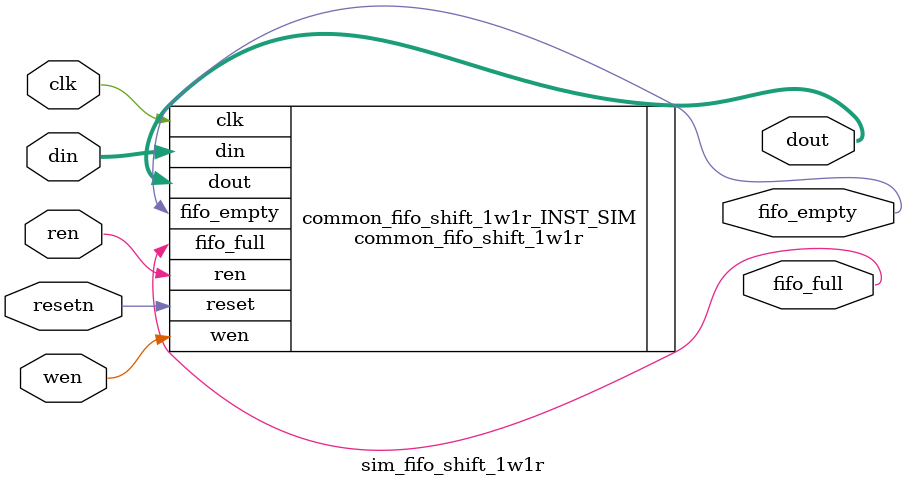
<source format=v>


module sim_fifo_shift_1w1r (
    input   wire            clk,
    input   wire            resetn,

    input   wire [5:0]      din,
    input   wire            wen,

    output  wire [5:0]      dout,
    input   wire            ren,

    output  wire            fifo_empty,
    output  wire            fifo_full
);

    common_fifo_shift_1w1r #(
        .FIFO_DEPTH         (16),
        .FIFO_WIDTH         (6),
        .FIFO_RESET_STATE   (5'd16),
        .FIFO_RESET_VALUE   (
            { 6'd00, 6'd01, 6'd02, 6'd03, 6'd04, 6'd05, 6'd06, 6'd07,
              6'd08, 6'd09, 6'd10, 6'd11, 6'd12, 6'd13, 6'd14, 6'd15 } )
    ) common_fifo_shift_1w1r_INST_SIM (
        .clk        (clk),
        .reset      (resetn),
        
        .din        (din),
        .wen        (wen),

        .dout       (dout),
        .ren        (ren),

        .fifo_empty (fifo_empty),
        .fifo_full  (fifo_full)
    );

endmodule

</source>
